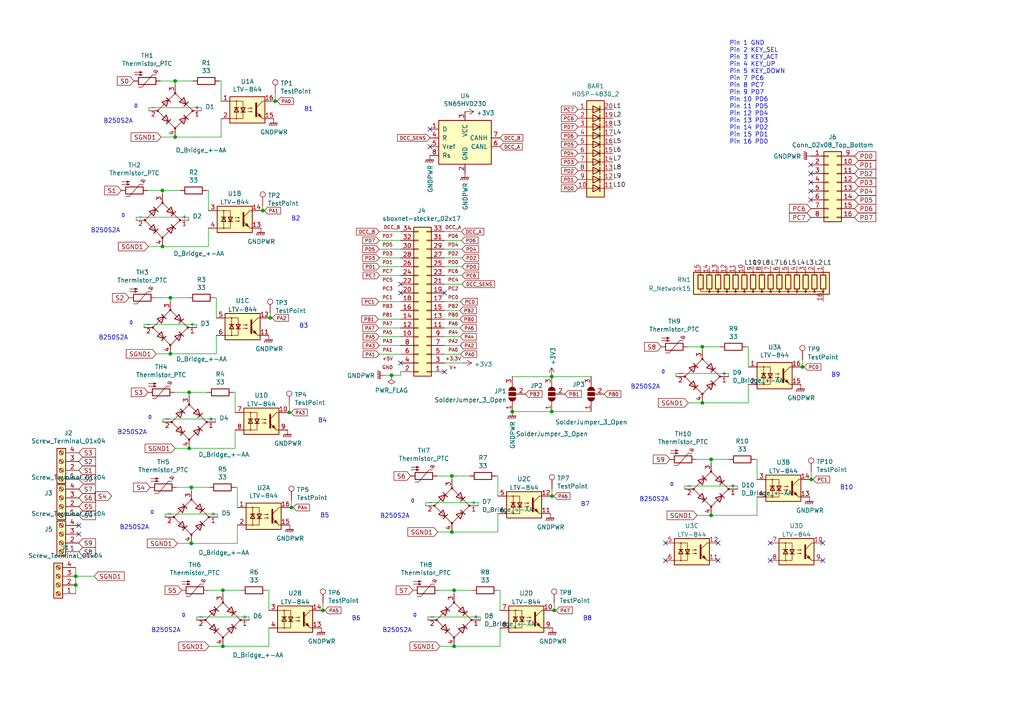
<source format=kicad_sch>
(kicad_sch (version 20211123) (generator eeschema)
  (paper "A4")
  (junction (at 78.359 92.202))
  (junction (at 47.117 55.245))
  (junction (at 55.499 141.351))
  (junction (at 206.248 133.223))
  (junction (at 76.2 61.087))
  (junction (at 79.8322 29.337))
  (junction (at 131.064 138.049))
  (junction (at 131.699 171.196))
  (junction (at 131.699 187.452))
  (junction (at 83.8962 119.634))
  (junction (at 235.2802 139.065))
  (junction (at 160.7312 177.038))
  (junction (at 160.02 109.22))
  (junction (at 148.59 119.38))
  (junction (at 64.643 171.196))
  (junction (at 54.864 113.792))
  (junction (at 49.403 86.36))
  (junction (at 131.064 154.305))
  (junction (at 160.02 119.38))
  (junction (at 47.117 71.501))
  (junction (at 21.971 167.132))
  (junction (at 21.971 169.672))
  (junction (at 203.708 116.84))
  (junction (at 55.499 157.607))
  (junction (at 93.6752 177.038))
  (junction (at 206.248 149.479))
  (junction (at 160.0962 143.891))
  (junction (at 203.708 100.584))
  (junction (at 232.7402 106.426))
  (junction (at 50.8 23.495))
  (junction (at 49.403 102.616))
  (junction (at 64.643 187.452))
  (junction (at 84.5312 147.193))
  (junction (at 54.864 130.048))
  (junction (at 50.8 39.751))
  (junction (at 113.538 108.839))
  (no_connect (at 235.1532 52.8828))
  (no_connect (at 235.1532 55.4228))
  (no_connect (at 235.1532 50.3428))
  (no_connect (at 235.1532 47.8028))
  (no_connect (at 128.905 107.823))
  (no_connect (at 124.714 42.545))
  (no_connect (at 235.1532 57.9628))
  (no_connect (at 124.714 37.465))
  (no_connect (at 22.86 152.4))
  (no_connect (at 116.205 84.963))
  (no_connect (at 208.28 157.48))
  (no_connect (at 208.28 162.56))
  (no_connect (at 193.04 162.56))
  (no_connect (at 193.04 157.48))
  (no_connect (at 223.393 157.48))
  (no_connect (at 223.393 162.56))
  (no_connect (at 238.633 162.56))
  (no_connect (at 238.633 157.48))
  (no_connect (at 128.905 84.963))
  (no_connect (at 22.86 154.94))
  (no_connect (at 116.205 105.283))
  (no_connect (at 116.205 82.423))
  (wire (pts (xy 55.499 142.367) (xy 55.499 141.351)))
  (wire (pts (xy 47.117 56.261) (xy 47.117 55.245)))
  (wire (pts (xy 128.905 74.803) (xy 133.985 74.803)))
  (wire (pts (xy 21.971 169.672) (xy 21.971 167.132)))
  (wire (pts (xy 77.978 187.452) (xy 64.643 187.452)))
  (wire (pts (xy 64.643 172.212) (xy 64.643 171.196)))
  (wire (pts (xy 54.864 114.808) (xy 54.864 113.792)))
  (wire (pts (xy 131.699 172.212) (xy 131.699 171.196)))
  (wire (pts (xy 77.47 171.196) (xy 77.978 171.196)))
  (wire (pts (xy 235.2802 139.065) (xy 235.839 139.065)))
  (wire (pts (xy 235.2802 136.906) (xy 235.2802 139.065)))
  (wire (pts (xy 64.135 23.495) (xy 64.135 29.337)))
  (wire (pts (xy 93.218 177.038) (xy 93.6752 177.038)))
  (wire (pts (xy 68.834 141.351) (xy 68.834 147.193)))
  (wire (pts (xy 57.023 94.107) (xy 57.023 94.996)))
  (wire (pts (xy 62.484 121.539) (xy 62.484 122.428)))
  (wire (pts (xy 109.855 95.123) (xy 116.205 95.123)))
  (wire (pts (xy 127.381 171.196) (xy 131.699 171.196)))
  (wire (pts (xy 68.199 130.048) (xy 68.199 124.714)))
  (wire (pts (xy 51.181 141.351) (xy 55.499 141.351)))
  (wire (pts (xy 234.823 139.065) (xy 235.2802 139.065)))
  (wire (pts (xy 72.263 178.943) (xy 72.263 179.832)))
  (wire (pts (xy 47.117 71.501) (xy 43.053 71.501)))
  (wire (pts (xy 64.643 171.196) (xy 69.85 171.196)))
  (wire (pts (xy 47.244 121.539) (xy 62.484 121.539)))
  (wire (pts (xy 63.627 23.495) (xy 64.135 23.495)))
  (wire (pts (xy 128.905 92.583) (xy 133.35 92.583)))
  (wire (pts (xy 57.023 179.832) (xy 57.023 178.943)))
  (wire (pts (xy 160.02 119.38) (xy 171.45 119.38)))
  (wire (pts (xy 196.088 109.22) (xy 196.088 108.331)))
  (wire (pts (xy 160.274 177.038) (xy 160.7312 177.038)))
  (wire (pts (xy 54.737 62.992) (xy 54.737 63.881)))
  (wire (pts (xy 199.39 100.584) (xy 203.708 100.584)))
  (wire (pts (xy 50.8 39.751) (xy 46.736 39.751)))
  (wire (pts (xy 159.639 143.891) (xy 160.0962 143.891)))
  (wire (pts (xy 62.738 102.616) (xy 49.403 102.616)))
  (wire (pts (xy 160.02 109.22) (xy 171.45 109.22)))
  (wire (pts (xy 144.399 138.049) (xy 144.399 143.891)))
  (wire (pts (xy 123.444 145.796) (xy 138.684 145.796)))
  (wire (pts (xy 111.506 108.839) (xy 113.538 108.839)))
  (wire (pts (xy 68.199 130.048) (xy 54.864 130.048)))
  (wire (pts (xy 219.583 149.479) (xy 219.583 144.145)))
  (wire (pts (xy 93.6752 174.879) (xy 93.6752 177.038)))
  (wire (pts (xy 76.2 59.69) (xy 76.2 61.087)))
  (wire (pts (xy 83.8962 117.475) (xy 83.8962 119.634)))
  (wire (pts (xy 217.043 100.584) (xy 217.043 106.426)))
  (wire (pts (xy 49.403 86.36) (xy 54.61 86.36)))
  (wire (pts (xy 41.783 94.996) (xy 41.783 94.107)))
  (wire (pts (xy 160.0962 141.732) (xy 160.0962 143.891)))
  (wire (pts (xy 160.7312 174.879) (xy 160.7312 177.038)))
  (wire (pts (xy 79.8322 29.337) (xy 80.391 29.337)))
  (wire (pts (xy 21.971 172.212) (xy 21.971 169.672)))
  (wire (pts (xy 198.628 140.97) (xy 213.868 140.97)))
  (wire (pts (xy 109.982 100.203) (xy 116.205 100.203)))
  (wire (pts (xy 64.135 39.751) (xy 50.8 39.751)))
  (wire (pts (xy 128.905 72.263) (xy 133.985 72.263)))
  (wire (pts (xy 148.59 119.38) (xy 160.02 119.38)))
  (wire (pts (xy 43.18 32.131) (xy 43.18 31.242)))
  (wire (pts (xy 68.834 157.607) (xy 68.834 152.273)))
  (wire (pts (xy 50.8 24.511) (xy 50.8 23.495)))
  (wire (pts (xy 109.982 102.743) (xy 116.205 102.743)))
  (wire (pts (xy 219.583 133.223) (xy 219.583 139.065)))
  (wire (pts (xy 77.978 92.202) (xy 78.359 92.202)))
  (wire (pts (xy 109.982 67.183) (xy 116.205 67.183)))
  (wire (pts (xy 128.905 82.423) (xy 133.985 82.423)))
  (wire (pts (xy 47.879 149.987) (xy 47.879 149.098)))
  (wire (pts (xy 84.5312 145.034) (xy 84.5312 147.193)))
  (wire (pts (xy 203.708 101.6) (xy 203.708 100.584)))
  (wire (pts (xy 109.855 87.503) (xy 116.205 87.503)))
  (wire (pts (xy 217.043 116.84) (xy 217.043 111.506)))
  (wire (pts (xy 79.8322 27.178) (xy 79.8322 29.337)))
  (wire (pts (xy 131.064 139.065) (xy 131.064 138.049)))
  (wire (pts (xy 60.452 71.501) (xy 60.452 66.167)))
  (wire (pts (xy 63.119 149.098) (xy 63.119 149.987)))
  (wire (pts (xy 76.2 61.087) (xy 76.708 61.087)))
  (wire (pts (xy 203.708 100.584) (xy 208.915 100.584)))
  (wire (pts (xy 64.643 187.452) (xy 60.579 187.452)))
  (wire (pts (xy 45.085 86.36) (xy 49.403 86.36)))
  (wire (pts (xy 160.0962 143.891) (xy 160.655 143.891)))
  (wire (pts (xy 110.109 79.883) (xy 116.205 79.883)))
  (wire (pts (xy 211.328 108.331) (xy 211.328 109.22)))
  (wire (pts (xy 128.905 87.503) (xy 133.604 87.503)))
  (wire (pts (xy 232.283 106.426) (xy 232.7402 106.426)))
  (wire (pts (xy 206.248 149.479) (xy 202.184 149.479)))
  (wire (pts (xy 131.699 187.452) (xy 127.635 187.452)))
  (wire (pts (xy 145.034 187.452) (xy 145.034 182.118)))
  (wire (pts (xy 79.375 29.337) (xy 79.8322 29.337)))
  (wire (pts (xy 39.497 62.992) (xy 54.737 62.992)))
  (wire (pts (xy 60.325 171.196) (xy 64.643 171.196)))
  (wire (pts (xy 77.978 171.196) (xy 77.978 177.038)))
  (wire (pts (xy 84.5312 147.193) (xy 85.09 147.193)))
  (wire (pts (xy 128.905 67.183) (xy 133.858 67.183)))
  (wire (pts (xy 83.439 119.634) (xy 83.8962 119.634)))
  (wire (pts (xy 148.59 109.22) (xy 160.02 109.22)))
  (wire (pts (xy 109.982 74.803) (xy 116.205 74.803)))
  (wire (pts (xy 217.043 116.84) (xy 203.708 116.84)))
  (wire (pts (xy 144.399 154.305) (xy 131.064 154.305)))
  (wire (pts (xy 41.783 94.107) (xy 57.023 94.107)))
  (wire (pts (xy 213.868 140.97) (xy 213.868 141.859)))
  (wire (pts (xy 128.905 100.203) (xy 133.477 100.203)))
  (wire (pts (xy 54.864 130.048) (xy 50.8 130.048)))
  (wire (pts (xy 43.18 31.242) (xy 58.42 31.242)))
  (wire (pts (xy 131.064 154.305) (xy 127 154.305)))
  (wire (pts (xy 109.982 69.723) (xy 116.205 69.723)))
  (wire (pts (xy 139.319 178.943) (xy 139.319 179.832)))
  (wire (pts (xy 109.728 92.583) (xy 116.205 92.583)))
  (wire (pts (xy 60.452 55.245) (xy 60.452 61.087)))
  (wire (pts (xy 68.834 157.607) (xy 55.499 157.607)))
  (wire (pts (xy 62.738 86.36) (xy 62.738 92.202)))
  (wire (pts (xy 219.583 149.479) (xy 206.248 149.479)))
  (wire (pts (xy 47.117 55.245) (xy 52.324 55.245)))
  (wire (pts (xy 83.8962 119.634) (xy 84.455 119.634)))
  (wire (pts (xy 50.546 113.792) (xy 54.864 113.792)))
  (wire (pts (xy 145.034 171.196) (xy 145.034 177.038)))
  (wire (pts (xy 128.905 95.123) (xy 133.477 95.123)))
  (wire (pts (xy 84.074 147.193) (xy 84.5312 147.193)))
  (wire (pts (xy 124.079 178.943) (xy 139.319 178.943)))
  (wire (pts (xy 47.244 122.428) (xy 47.244 121.539)))
  (wire (pts (xy 68.199 113.792) (xy 68.199 119.634)))
  (wire (pts (xy 128.905 97.663) (xy 133.477 97.663)))
  (wire (pts (xy 131.064 138.049) (xy 136.271 138.049)))
  (wire (pts (xy 206.248 134.239) (xy 206.248 133.223)))
  (wire (pts (xy 64.135 39.751) (xy 64.135 34.417)))
  (wire (pts (xy 206.248 133.223) (xy 211.455 133.223)))
  (wire (pts (xy 62.23 86.36) (xy 62.738 86.36)))
  (wire (pts (xy 124.079 179.832) (xy 124.079 178.943)))
  (wire (pts (xy 93.6752 177.038) (xy 94.234 177.038)))
  (wire (pts (xy 78.359 92.202) (xy 78.994 92.202)))
  (wire (pts (xy 131.699 171.196) (xy 136.906 171.196)))
  (wire (pts (xy 75.692 61.087) (xy 76.2 61.087)))
  (wire (pts (xy 216.535 100.584) (xy 217.043 100.584)))
  (wire (pts (xy 62.738 97.282) (xy 62.738 102.616)))
  (wire (pts (xy 123.444 146.685) (xy 123.444 145.796)))
  (wire (pts (xy 144.526 171.196) (xy 145.034 171.196)))
  (wire (pts (xy 67.691 113.792) (xy 68.199 113.792)))
  (wire (pts (xy 126.746 138.049) (xy 131.064 138.049)))
  (wire (pts (xy 128.905 105.283) (xy 134.239 105.283)))
  (wire (pts (xy 128.905 102.743) (xy 133.604 102.743)))
  (wire (pts (xy 196.088 108.331) (xy 211.328 108.331)))
  (wire (pts (xy 78.359 90.805) (xy 78.359 92.202)))
  (wire (pts (xy 42.799 55.245) (xy 47.117 55.245)))
  (wire (pts (xy 60.452 71.501) (xy 47.117 71.501)))
  (wire (pts (xy 219.075 133.223) (xy 219.583 133.223)))
  (wire (pts (xy 50.8 23.495) (xy 56.007 23.495)))
  (wire (pts (xy 128.905 79.883) (xy 133.985 79.883)))
  (wire (pts (xy 128.905 77.343) (xy 133.985 77.343)))
  (wire (pts (xy 68.326 141.351) (xy 68.834 141.351)))
  (wire (pts (xy 203.708 116.84) (xy 199.644 116.84)))
  (wire (pts (xy 128.905 69.723) (xy 133.858 69.723)))
  (wire (pts (xy 138.684 145.796) (xy 138.684 146.685)))
  (wire (pts (xy 198.628 141.859) (xy 198.628 140.97)))
  (wire (pts (xy 77.978 187.452) (xy 77.978 182.118)))
  (wire (pts (xy 160.7312 177.038) (xy 161.29 177.038)))
  (wire (pts (xy 145.034 187.452) (xy 131.699 187.452)))
  (wire (pts (xy 109.982 72.263) (xy 116.205 72.263)))
  (wire (pts (xy 49.403 87.376) (xy 49.403 86.36)))
  (wire (pts (xy 55.499 141.351) (xy 60.706 141.351)))
  (wire (pts (xy 128.905 90.043) (xy 133.35 90.043)))
  (wire (pts (xy 27.305 167.132) (xy 21.971 167.132)))
  (wire (pts (xy 47.879 149.098) (xy 63.119 149.098)))
  (wire (pts (xy 232.7402 104.267) (xy 232.7402 106.426)))
  (wire (pts (xy 143.891 138.049) (xy 144.399 138.049)))
  (wire (pts (xy 201.93 133.223) (xy 206.248 133.223)))
  (wire (pts (xy 144.399 154.305) (xy 144.399 148.971)))
  (wire (pts (xy 49.403 102.616) (xy 45.339 102.616)))
  (wire (pts (xy 113.538 108.839) (xy 116.205 108.839)))
  (wire (pts (xy 116.205 77.343) (xy 110.109 77.343)))
  (wire (pts (xy 54.864 113.792) (xy 60.071 113.792)))
  (wire (pts (xy 59.944 55.245) (xy 60.452 55.245)))
  (wire (pts (xy 109.982 97.663) (xy 116.205 97.663)))
  (wire (pts (xy 46.482 23.495) (xy 50.8 23.495)))
  (wire (pts (xy 232.7402 106.426) (xy 233.299 106.426)))
  (wire (pts (xy 55.499 157.607) (xy 51.435 157.607)))
  (wire (pts (xy 21.971 167.132) (xy 21.971 164.592)))
  (wire (pts (xy 39.497 63.881) (xy 39.497 62.992)))
  (wire (pts (xy 57.023 178.943) (xy 72.263 178.943)))
  (wire (pts (xy 116.205 108.839) (xy 116.205 107.823)))
  (wire (pts (xy 58.42 31.242) (xy 58.42 32.131)))
  (text "B2" (at 84.455 64.262 0) (effects (font (size 1.27 1.27)) (justify left bottom)))
  (text "B7" (at 168.402 147.066 0) (effects (font (size 1.27 1.27)) (justify left bottom)))
  (text "B250S2A" (at 29.972 35.941 0) (effects (font (size 1.27 1.27)) (justify left bottom)))
  (text "0" (at 194.31 141.224 0) (effects (font (size 0.9906 0.9906)) (justify left bottom)))
  (text "0" (at 119.126 146.05 0) (effects (font (size 0.9906 0.9906)) (justify left bottom)))
  (text "B250S2A" (at 110.871 183.642 0) (effects (font (size 1.27 1.27)) (justify left bottom)))
  (text "B6" (at 101.981 180.213 0) (effects (font (size 1.27 1.27)) (justify left bottom)))
  (text "B4" (at 92.202 122.809 0) (effects (font (size 1.27 1.27)) (justify left bottom)))
  (text "0" (at 43.561 149.352 0) (effects (font (size 0.9906 0.9906)) (justify left bottom)))
  (text "0" (at 191.77 108.585 0) (effects (font (size 0.9906 0.9906)) (justify left bottom)))
  (text "B250S2A" (at 34.036 126.238 0) (effects (font (size 1.27 1.27)) (justify left bottom)))
  (text "B250S2A" (at 26.289 67.691 0) (effects (font (size 1.27 1.27)) (justify left bottom)))
  (text "0" (at 42.926 121.793 0) (effects (font (size 0.9906 0.9906)) (justify left bottom)))
  (text "B250S2A" (at 34.671 153.797 0) (effects (font (size 1.27 1.27)) (justify left bottom)))
  (text "0" (at 52.705 179.197 0) (effects (font (size 0.9906 0.9906)) (justify left bottom)))
  (text "B250S2A" (at 28.575 98.806 0) (effects (font (size 1.27 1.27)) (justify left bottom)))
  (text "B250S2A" (at 182.88 113.03 0) (effects (font (size 1.27 1.27)) (justify left bottom)))
  (text "0" (at 38.862 31.496 0) (effects (font (size 0.9906 0.9906)) (justify left bottom)))
  (text "0" (at 37.465 94.361 0) (effects (font (size 0.9906 0.9906)) (justify left bottom)))
  (text "B9" (at 241.046 109.601 0) (effects (font (size 1.27 1.27)) (justify left bottom)))
  (text "B250S2A" (at 185.42 145.669 0) (effects (font (size 1.27 1.27)) (justify left bottom)))
  (text "Pin 1 GND\nPin 2 KEY_SEL\nPin 3 KEY_ACT\nPin 4 KEY_UP\nPin 5 KEY_DOWN\nPin 7 PC6\nPin 8 PC7\nPin 9 PD7\nPin 10 PD6\nPin 11 PD5\nPin 12 PD4\nPin 13 PD3\nPin 14 PD2\nPin 15 PD1\nPin 16 PD0" (at 211.5312 41.9608 0) (effects (font (size 1.27 1.27)) (justify left bottom)))
  (text "B1" (at 88.138 32.512 0) (effects (font (size 1.27 1.27)) (justify left bottom)))
  (text "B250S2A" (at 43.815 183.642 0) (effects (font (size 1.27 1.27)) (justify left bottom)))
  (text "0" (at 35.179 63.246 0) (effects (font (size 0.9906 0.9906)) (justify left bottom)))
  (text "0" (at 119.761 179.197 0) (effects (font (size 0.9906 0.9906)) (justify left bottom)))
  (text "B5" (at 92.837 150.368 0) (effects (font (size 1.27 1.27)) (justify left bottom)))
  (text "B3" (at 86.741 95.377 0) (effects (font (size 1.27 1.27)) (justify left bottom)))
  (text "B10" (at 243.586 142.24 0) (effects (font (size 1.27 1.27)) (justify left bottom)))
  (text "B250S2A" (at 110.236 150.495 0) (effects (font (size 1.27 1.27)) (justify left bottom)))
  (text "B8" (at 169.037 180.213 0) (effects (font (size 1.27 1.27)) (justify left bottom)))
  (label "L8" (at 220.98 77.216 0))
  (label "L1" (at 238.76 77.216 0))
  (label "L8" (at 177.8 49.53 0))
  (label "L6" (at 177.8 44.45 0))
  (label "L5" (at 228.6 77.216 0))
  (label "L2" (at 177.8 34.29 0))
  (label "L3" (at 233.68 77.216 0))
  (label "L7" (at 223.52 77.216 0))
  (label "L9" (at 177.8 52.07 0))
  (label "L7" (at 177.8 46.99 0))
  (label "L3" (at 177.8 36.83 0))
  (label "L6" (at 226.06 77.216 0))
  (label "L2" (at 236.22 77.216 0))
  (label "L4" (at 231.14 77.216 0))
  (label "L5" (at 177.8 41.91 0))
  (label "L10" (at 177.8 54.61 0))
  (label "L4" (at 177.8 39.37 0))
  (label "L10" (at 215.9 77.216 0))
  (label "L9" (at 218.44 77.216 0))
  (label "L1" (at 177.8 31.75 0))
  (global_label "PA6" (shape input) (at 133.477 95.123 0) (effects (font (size 0.9906 0.9906))) (property "Referenzen zwischen Schaltplänen" "${INTERSHEET_REFS}" (effects hide)))
  (global_label "PA4" (shape input) (at 85.09 147.193 0) (effects (font (size 0.9906 0.9906))) (property "Referenzen zwischen Schaltplänen" "${INTERSHEET_REFS}" (effects hide)))
  (global_label "S2" (shape input) (at 37.465 86.36 180) (property "Referenzen zwischen Schaltplänen" "${INTERSHEET_REFS}" (effects hide)))
  (global_label "PD7" (shape input) (at 167.64 36.83 180) (effects (font (size 0.9906 0.9906))) (property "Referenzen zwischen Schaltplänen" "${INTERSHEET_REFS}" (effects hide)))
  (global_label "PC0" (shape input) (at 133.604 87.503 0) (effects (font (size 0.9906 0.9906))) (property "Referenzen zwischen Schaltplänen" "${INTERSHEET_REFS}" (effects hide)))
  (global_label "PD4" (shape input) (at 167.64 44.45 180) (effects (font (size 0.9906 0.9906))) (property "Referenzen zwischen Schaltplänen" "${INTERSHEET_REFS}" (effects hide)))
  (global_label "PA3" (shape input) (at 84.455 119.634 0) (effects (font (size 0.9906 0.9906))) (property "Referenzen zwischen Schaltplänen" "${INTERSHEET_REFS}" (effects hide)))
  (global_label "SGND1" (shape input) (at 27.305 167.132 0) (property "Referenzen zwischen Schaltplänen" "${INTERSHEET_REFS}" (effects hide)))
  (global_label "PC1" (shape input) (at 235.839 139.065 0) (effects (font (size 0.9906 0.9906))) (property "Referenzen zwischen Schaltplänen" "${INTERSHEET_REFS}" (effects hide)))
  (global_label "DCC_SENS" (shape input) (at 124.714 40.005 180) (effects (font (size 0.9906 0.9906))) (property "Referenzen zwischen Schaltplänen" "${INTERSHEET_REFS}" (effects hide)))
  (global_label "PA2" (shape input) (at 133.477 100.203 0) (effects (font (size 0.9906 0.9906))) (property "Referenzen zwischen Schaltplänen" "${INTERSHEET_REFS}" (effects hide)))
  (global_label "PD1" (shape input) (at 247.8532 47.8028 0) (property "Referenzen zwischen Schaltplänen" "${INTERSHEET_REFS}" (effects hide)))
  (global_label "PA5" (shape input) (at 94.234 177.038 0) (effects (font (size 0.9906 0.9906))) (property "Referenzen zwischen Schaltplänen" "${INTERSHEET_REFS}" (effects hide)))
  (global_label "S5" (shape input) (at 22.86 146.939 0) (property "Referenzen zwischen Schaltplänen" "${INTERSHEET_REFS}" (effects hide)))
  (global_label "S3" (shape input) (at 22.86 131.318 0) (property "Referenzen zwischen Schaltplänen" "${INTERSHEET_REFS}" (effects hide)))
  (global_label "SGND1" (shape input) (at 51.435 157.607 180) (property "Referenzen zwischen Schaltplänen" "${INTERSHEET_REFS}" (effects hide)))
  (global_label "PD2" (shape input) (at 167.64 49.53 180) (effects (font (size 0.9906 0.9906))) (property "Referenzen zwischen Schaltplänen" "${INTERSHEET_REFS}" (effects hide)))
  (global_label "PD5" (shape input) (at 109.982 72.263 180) (effects (font (size 0.9906 0.9906))) (property "Referenzen zwischen Schaltplänen" "${INTERSHEET_REFS}" (effects hide)))
  (global_label "PA1" (shape input) (at 76.708 61.087 0) (effects (font (size 0.9906 0.9906))) (property "Referenzen zwischen Schaltplänen" "${INTERSHEET_REFS}" (effects hide)))
  (global_label "SGND1" (shape input) (at 127.635 187.452 180) (property "Referenzen zwischen Schaltplänen" "${INTERSHEET_REFS}" (effects hide)))
  (global_label "S7" (shape input) (at 22.86 141.859 0) (property "Referenzen zwischen Schaltplänen" "${INTERSHEET_REFS}" (effects hide)))
  (global_label "PA4" (shape input) (at 133.477 97.663 0) (effects (font (size 0.9906 0.9906))) (property "Referenzen zwischen Schaltplänen" "${INTERSHEET_REFS}" (effects hide)))
  (global_label "SGND1" (shape input) (at 46.736 39.751 180) (property "Referenzen zwischen Schaltplänen" "${INTERSHEET_REFS}" (effects hide)))
  (global_label "PD2" (shape input) (at 133.985 74.803 0) (effects (font (size 0.9906 0.9906))) (property "Referenzen zwischen Schaltplänen" "${INTERSHEET_REFS}" (effects hide)))
  (global_label "PD5" (shape input) (at 167.64 41.91 180) (effects (font (size 0.9906 0.9906))) (property "Referenzen zwischen Schaltplänen" "${INTERSHEET_REFS}" (effects hide)))
  (global_label "PC0" (shape input) (at 233.299 106.426 0) (effects (font (size 0.9906 0.9906))) (property "Referenzen zwischen Schaltplänen" "${INTERSHEET_REFS}" (effects hide)))
  (global_label "S4" (shape input) (at 22.86 149.479 0) (property "Referenzen zwischen Schaltplänen" "${INTERSHEET_REFS}" (effects hide)))
  (global_label "PB1" (shape input) (at 109.728 92.583 180) (effects (font (size 0.9906 0.9906))) (property "Referenzen zwischen Schaltplänen" "${INTERSHEET_REFS}" (effects hide)))
  (global_label "S3" (shape input) (at 42.926 113.792 180) (property "Referenzen zwischen Schaltplänen" "${INTERSHEET_REFS}" (effects hide)))
  (global_label "PD0" (shape input) (at 167.64 54.61 180) (effects (font (size 0.9906 0.9906))) (property "Referenzen zwischen Schaltplänen" "${INTERSHEET_REFS}" (effects hide)))
  (global_label "S9" (shape input) (at 194.31 133.223 180) (property "Referenzen zwischen Schaltplänen" "${INTERSHEET_REFS}" (effects hide)))
  (global_label "PA5" (shape input) (at 109.982 97.663 180) (effects (font (size 0.9906 0.9906))) (property "Referenzen zwischen Schaltplänen" "${INTERSHEET_REFS}" (effects hide)))
  (global_label "PB0" (shape input) (at 133.35 92.583 0) (effects (font (size 0.9906 0.9906))) (property "Referenzen zwischen Schaltplänen" "${INTERSHEET_REFS}" (effects hide)))
  (global_label "PA2" (shape input) (at 78.994 92.202 0) (effects (font (size 0.9906 0.9906))) (property "Referenzen zwischen Schaltplänen" "${INTERSHEET_REFS}" (effects hide)))
  (global_label "PA7" (shape input) (at 109.855 95.123 180) (effects (font (size 0.9906 0.9906))) (property "Referenzen zwischen Schaltplänen" "${INTERSHEET_REFS}" (effects hide)))
  (global_label "PA7" (shape input) (at 161.29 177.038 0) (effects (font (size 0.9906 0.9906))) (property "Referenzen zwischen Schaltplänen" "${INTERSHEET_REFS}" (effects hide)))
  (global_label "PA3" (shape input) (at 109.982 100.203 180) (effects (font (size 0.9906 0.9906))) (property "Referenzen zwischen Schaltplänen" "${INTERSHEET_REFS}" (effects hide)))
  (global_label "PD6" (shape input) (at 247.8532 60.5028 0) (property "Referenzen zwischen Schaltplänen" "${INTERSHEET_REFS}" (effects hide)))
  (global_label "PA6" (shape input) (at 160.655 143.891 0) (effects (font (size 0.9906 0.9906))) (property "Referenzen zwischen Schaltplänen" "${INTERSHEET_REFS}" (effects hide)))
  (global_label "S4" (shape input) (at 43.561 141.351 180) (property "Referenzen zwischen Schaltplänen" "${INTERSHEET_REFS}" (effects hide)))
  (global_label "PD3" (shape input) (at 247.8532 52.8828 0) (property "Referenzen zwischen Schaltplänen" "${INTERSHEET_REFS}" (effects hide)))
  (global_label "PD4" (shape input) (at 247.8532 55.4228 0) (property "Referenzen zwischen Schaltplänen" "${INTERSHEET_REFS}" (effects hide)))
  (global_label "PD7" (shape input) (at 109.982 69.723 180) (effects (font (size 0.9906 0.9906))) (property "Referenzen zwischen Schaltplänen" "${INTERSHEET_REFS}" (effects hide)))
  (global_label "DCC_A" (shape input) (at 145.034 42.545 0) (effects (font (size 0.9906 0.9906))) (property "Referenzen zwischen Schaltplänen" "${INTERSHEET_REFS}" (effects hide)))
  (global_label "PB2" (shape input) (at 152.4 114.3 0) (effects (font (size 0.9906 0.9906))) (property "Referenzen zwischen Schaltplänen" "${INTERSHEET_REFS}" (effects hide)))
  (global_label "S2" (shape input) (at 22.86 133.858 0) (property "Referenzen zwischen Schaltplänen" "${INTERSHEET_REFS}" (effects hide)))
  (global_label "PD3" (shape input) (at 167.64 46.99 180) (effects (font (size 0.9906 0.9906))) (property "Referenzen zwischen Schaltplänen" "${INTERSHEET_REFS}" (effects hide)))
  (global_label "S6" (shape input) (at 119.126 138.049 180) (property "Referenzen zwischen Schaltplänen" "${INTERSHEET_REFS}" (effects hide)))
  (global_label "S1" (shape input) (at 35.179 55.245 180) (property "Referenzen zwischen Schaltplänen" "${INTERSHEET_REFS}" (effects hide)))
  (global_label "SGND1" (shape input) (at 43.053 71.501 180) (property "Referenzen zwischen Schaltplänen" "${INTERSHEET_REFS}" (effects hide)))
  (global_label "PA0" (shape input) (at 80.391 29.337 0) (effects (font (size 0.9906 0.9906))) (property "Referenzen zwischen Schaltplänen" "${INTERSHEET_REFS}" (effects hide)))
  (global_label "PC7" (shape input) (at 235.1532 63.0428 180) (property "Referenzen zwischen Schaltplänen" "${INTERSHEET_REFS}" (effects hide)))
  (global_label "PD6" (shape input) (at 133.858 69.723 0) (effects (font (size 0.9906 0.9906))) (property "Referenzen zwischen Schaltplänen" "${INTERSHEET_REFS}" (effects hide)))
  (global_label "SGND1" (shape input) (at 50.8 130.048 180) (property "Referenzen zwischen Schaltplänen" "${INTERSHEET_REFS}" (effects hide)))
  (global_label "S4" (shape input) (at 32.385 143.891 180) (property "Referenzen zwischen Schaltplänen" "${INTERSHEET_REFS}" (effects hide)))
  (global_label "S8" (shape input) (at 191.77 100.584 180) (property "Referenzen zwischen Schaltplänen" "${INTERSHEET_REFS}" (effects hide)))
  (global_label "DCC_B" (shape input) (at 145.034 40.005 0) (effects (font (size 0.9906 0.9906))) (property "Referenzen zwischen Schaltplänen" "${INTERSHEET_REFS}" (effects hide)))
  (global_label "PC1" (shape input) (at 109.855 87.503 180) (effects (font (size 0.9906 0.9906))) (property "Referenzen zwischen Schaltplänen" "${INTERSHEET_REFS}" (effects hide)))
  (global_label "PD1" (shape input) (at 110.109 77.343 180) (effects (font (size 0.9906 0.9906))) (property "Referenzen zwischen Schaltplänen" "${INTERSHEET_REFS}" (effects hide)))
  (global_label "PD2" (shape input) (at 247.8532 50.3428 0) (property "Referenzen zwischen Schaltplänen" "${INTERSHEET_REFS}" (effects hide)))
  (global_label "S6" (shape input) (at 22.86 144.399 0) (property "Referenzen zwischen Schaltplänen" "${INTERSHEET_REFS}" (effects hide)))
  (global_label "SGND1" (shape input) (at 127 154.305 180) (property "Referenzen zwischen Schaltplänen" "${INTERSHEET_REFS}" (effects hide)))
  (global_label "S0" (shape input) (at 22.86 138.938 0) (property "Referenzen zwischen Schaltplänen" "${INTERSHEET_REFS}" (effects hide)))
  (global_label "PA0" (shape input) (at 133.604 102.743 0) (effects (font (size 0.9906 0.9906))) (property "Referenzen zwischen Schaltplänen" "${INTERSHEET_REFS}" (effects hide)))
  (global_label "PD1" (shape input) (at 167.64 52.07 180) (effects (font (size 0.9906 0.9906))) (property "Referenzen zwischen Schaltplänen" "${INTERSHEET_REFS}" (effects hide)))
  (global_label "S0" (shape input) (at 38.862 23.495 180) (property "Referenzen zwischen Schaltplänen" "${INTERSHEET_REFS}" (effects hide)))
  (global_label "S7" (shape input) (at 119.761 171.196 180) (property "Referenzen zwischen Schaltplänen" "${INTERSHEET_REFS}" (effects hide)))
  (global_label "PD0" (shape input) (at 247.8532 45.2628 0) (property "Referenzen zwischen Schaltplänen" "${INTERSHEET_REFS}" (effects hide)))
  (global_label "PD4" (shape input) (at 133.985 72.263 0) (effects (font (size 0.9906 0.9906))) (property "Referenzen zwischen Schaltplänen" "${INTERSHEET_REFS}" (effects hide)))
  (global_label "PD0" (shape input) (at 133.985 77.343 0) (effects (font (size 0.9906 0.9906))) (property "Referenzen zwischen Schaltplänen" "${INTERSHEET_REFS}" (effects hide)))
  (global_label "SGND1" (shape input) (at 45.339 102.616 180) (property "Referenzen zwischen Schaltplänen" "${INTERSHEET_REFS}" (effects hide)))
  (global_label "PD3" (shape input) (at 109.982 74.803 180) (effects (font (size 0.9906 0.9906))) (property "Referenzen zwischen Schaltplänen" "${INTERSHEET_REFS}" (effects hide)))
  (global_label "PC7" (shape input) (at 167.64 31.75 180) (effects (font (size 0.9906 0.9906))) (property "Referenzen zwischen Schaltplänen" "${INTERSHEET_REFS}" (effects hide)))
  (global_label "PA1" (shape input) (at 109.982 102.743 180) (effects (font (size 0.9906 0.9906))) (property "Referenzen zwischen Schaltplänen" "${INTERSHEET_REFS}" (effects hide)))
  (global_label "S8" (shape input) (at 22.86 160.02 0) (property "Referenzen zwischen Schaltplänen" "${INTERSHEET_REFS}" (effects hide)))
  (global_label "PC7" (shape input) (at 110.109 79.883 180) (effects (font (size 0.9906 0.9906))) (property "Referenzen zwischen Schaltplänen" "${INTERSHEET_REFS}" (effects hide)))
  (global_label "S5" (shape input) (at 52.705 171.196 180) (property "Referenzen zwischen Schaltplänen" "${INTERSHEET_REFS}" (effects hide)))
  (global_label "S9" (shape input) (at 22.86 157.48 0) (property "Referenzen zwischen Schaltplänen" "${INTERSHEET_REFS}" (effects hide)))
  (global_label "PB2" (shape input) (at 133.35 90.043 0) (effects (font (size 0.9906 0.9906))) (property "Referenzen zwischen Schaltplänen" "${INTERSHEET_REFS}" (effects hide)))
  (global_label "SGND1" (shape input) (at 202.184 149.479 180) (property "Referenzen zwischen Schaltplänen" "${INTERSHEET_REFS}" (effects hide)))
  (global_label "PD5" (shape input) (at 247.8532 57.9628 0) (property "Referenzen zwischen Schaltplänen" "${INTERSHEET_REFS}" (effects hide)))
  (global_label "PC6" (shape input) (at 133.985 79.883 0) (effects (font (size 0.9906 0.9906))) (property "Referenzen zwischen Schaltplänen" "${INTERSHEET_REFS}" (effects hide)))
  (global_label "PC6" (shape input) (at 235.1532 60.5028 180) (property "Referenzen zwischen Schaltplänen" "${INTERSHEET_REFS}" (effects hide)))
  (global_label "DCC_SENS" (shape input) (at 133.985 82.423 0) (effects (font (size 0.9906 0.9906))) (property "Referenzen zwischen Schaltplänen" "${INTERSHEET_REFS}" (effects hide)))
  (global_label "PC6" (shape input) (at 167.64 34.29 180) (effects (font (size 0.9906 0.9906))) (property "Referenzen zwischen Schaltplänen" "${INTERSHEET_REFS}" (effects hide)))
  (global_label "PD6" (shape input) (at 167.64 39.37 180) (effects (font (size 0.9906 0.9906))) (property "Referenzen zwischen Schaltplänen" "${INTERSHEET_REFS}" (effects hide)))
  (global_label "DCC_B" (shape input) (at 109.982 67.183 180) (effects (font (size 0.9906 0.9906))) (property "Referenzen zwischen Schaltplänen" "${INTERSHEET_REFS}" (effects hide)))
  (global_label "DCC_A" (shape input) (at 133.858 67.183 0) (effects (font (size 0.9906 0.9906))) (property "Referenzen zwischen Schaltplänen" "${INTERSHEET_REFS}" (effects hide)))
  (global_label "SGND1" (shape input) (at 199.644 116.84 180) (property "Referenzen zwischen Schaltplänen" "${INTERSHEET_REFS}" (effects hide)))
  (global_label "S1" (shape input) (at 22.86 136.398 0) (property "Referenzen zwischen Schaltplänen" "${INTERSHEET_REFS}" (effects hide)))
  (global_label "PD7" (shape input) (at 247.8532 63.0428 0) (property "Referenzen zwischen Schaltplänen" "${INTERSHEET_REFS}" (effects hide)))
  (global_label "PB0" (shape input) (at 175.26 114.3 0) (effects (font (size 0.9906 0.9906))) (property "Referenzen zwischen Schaltplänen" "${INTERSHEET_REFS}" (effects hide)))
  (global_label "PB1" (shape input) (at 163.83 114.3 0) (effects (font (size 0.9906 0.9906))) (property "Referenzen zwischen Schaltplänen" "${INTERSHEET_REFS}" (effects hide)))
  (global_label "SGND1" (shape input) (at 60.579 187.452 180) (property "Referenzen zwischen Schaltplänen" "${INTERSHEET_REFS}" (effects hide)))
  (symbol (lib_id "Connector:Screw_Terminal_01x04") (at 16.891 169.672 180) (unit 1)
    (property "Reference" "J1" (at 18.9738 158.877 0))
    (property "Value" "Screw_Terminal_01x04" (at 18.9738 161.1884 0))
    (property "Footprint" "TerminalBlock:TerminalBlock_Altech_AK300-4_P5.00mm" (effects hide))
  )
  (symbol (lib_id "Device:R") (at 59.817 23.495 270) (unit 1)
    (property "Reference" "R1" (at 59.817 18.2372 90))
    (property "Value" "33" (at 59.817 20.5486 90))
    (property "Footprint" "Resistor_SMD:R_1206_3216Metric_Pad1.30x1.75mm_HandSolder" (effects hide))
  )
  (symbol (lib_id "Device:Thermistor_PTC") (at 42.672 23.495 270) (unit 1)
    (property "Reference" "TH1" (at 42.672 16.129 90))
    (property "Value" "Thermistor_PTC" (at 42.672 18.4404 90))
    (property "Footprint" "Resistor_SMD:R_1206_3216Metric" (effects hide))
  )
  (symbol (lib_id "Device:D_Bridge_+-AA") (at 50.8 32.131 0) (unit 1)
    (property "Reference" "D1" (at 59.5376 30.9626 0) (effects (justify left)))
    (property "Value" "D_Bridge_+-AA" (at 50.927 43.561 0) (effects (justify left)))
    (property "Footprint" "Diode_SMD:Diode_Bridge_Diotec_SO-DIL-Slim" (effects hide))
  )
  (symbol (lib_id "Isolator:LTV-844") (at 71.755 31.877 0) (unit 1)
    (property "Reference" "U1" (at 71.755 23.622 0))
    (property "Value" "LTV-844" (at 71.755 25.9334 0))
    (property "Footprint" "Package_DIP:DIP-16_W7.62mm" (effects hide))
    (property "Datasheet" "http://optoelectronics.liteon.com/upload/download/DS-70-96-0013/S_110_LTV-814%20824%20844%20(M,%20S,%20S-TA,%20S-TA1,%20S-TP)%20Series.pdf" (effects hide))
    (property "Datasheet" "http://optoelectronics.liteon.com/upload/download/DS-70-96-0013/S_110_LTV-814%20824%20844%20(M,%20S,%20S-TA,%20S-TA1,%20S-TP)%20Series.pdf" (effects hide))
  )
  (symbol (lib_id "power:GNDPWR") (at 79.375 34.417 0) (unit 1)
    (property "Reference" "#PWR06" (effects hide))
    (property "Value" "GNDPWR" (at 79.4766 38.3286 0))
  )
  (symbol (lib_id "power:GNDPWR") (at 111.506 108.839 270) (unit 1)
    (property "Reference" "#PWR07" (effects hide))
    (property "Value" "GNDPWR" (at 108.7374 108.9406 90) (effects (justify right)))
  )
  (symbol (lib_id "power:PWR_FLAG") (at 113.538 108.839 180) (unit 1)
    (property "Reference" "#FLG01" (effects hide))
    (property "Value" "PWR_FLAG" (at 113.538 113.2332 0))
  )
  (symbol (lib_id "LED:HDSP-4830_2") (at 172.72 41.91 0) (unit 1)
    (property "Reference" "BAR1" (at 172.72 24.9682 0))
    (property "Value" "HDSP-4830_2" (at 172.72 27.2796 0))
    (property "Footprint" "Package_DIP:DIP-20_W7.62mm_Socket" (effects hide))
    (property "Datasheet" "https://docs.broadcom.com/docs/AV02-1798EN" (effects hide))
  )
  (symbol (lib_id "Connector:Screw_Terminal_01x04") (at 17.78 157.48 180) (unit 1)
    (property "Reference" "J5" (at 14.097 153.543 0))
    (property "Value" "Screw_Terminal_01x04" (at 19.8628 148.9964 0))
    (property "Footprint" "TerminalBlock:TerminalBlock_Altech_AK300-4_P5.00mm" (effects hide))
  )
  (symbol (lib_id "sboxnet:sboxnet-stecker_02x17") (at 122.555 87.503 0) (unit 1)
    (property "Reference" "J4" (at 122.301 61.087 0))
    (property "Value" "sboxnet-stecker_02x17" (at 122.301 63.3984 0))
    (property "Footprint" "sboxnet:sboxnet-stecker-2x17" (effects hide))
  )
  (symbol (lib_id "Connector:Screw_Terminal_01x04") (at 17.78 136.398 180) (unit 1)
    (property "Reference" "J2" (at 19.8628 125.603 0))
    (property "Value" "Screw_Terminal_01x04" (at 19.8628 127.9144 0))
    (property "Footprint" "TerminalBlock:TerminalBlock_Altech_AK300-4_P5.00mm" (effects hide))
  )
  (symbol (lib_id "Connector:Screw_Terminal_01x04") (at 17.78 146.939 180) (unit 1)
    (property "Reference" "J3" (at 14.097 143.002 0))
    (property "Value" "Screw_Terminal_01x04" (at 19.8628 138.4554 0))
    (property "Footprint" "TerminalBlock:TerminalBlock_Altech_AK300-4_P5.00mm" (effects hide))
  )
  (symbol (lib_id "power:+3.3V") (at 134.239 105.283 270) (unit 1)
    (property "Reference" "#PWR0101" (effects hide))
    (property "Value" "+3.3V" (at 137.4902 105.664 90) (effects (justify left)))
  )
  (symbol (lib_id "Interface_CAN_LIN:SN65HVD230") (at 134.874 40.005 0) (unit 1)
    (property "Reference" "U4" (at 134.874 27.7876 0))
    (property "Value" "SN65HVD230" (at 134.874 30.099 0))
    (property "Footprint" "Package_SO:SOIC-8_3.9x4.9mm_P1.27mm" (effects hide))
    (property "Datasheet" "http://www.ti.com/lit/ds/symlink/sn65hvd230.pdf" (effects hide))
  )
  (symbol (lib_id "power:GNDPWR") (at 134.874 50.165 0) (unit 1)
    (property "Reference" "#PWR0104" (effects hide))
    (property "Value" "GNDPWR" (at 134.9756 52.9336 90) (effects (justify right)))
  )
  (symbol (lib_id "power:+3.3V") (at 134.874 32.385 270) (unit 1)
    (property "Reference" "#PWR0105" (effects hide))
    (property "Value" "+3.3V" (at 138.1252 32.766 90) (effects (justify left)))
  )
  (symbol (lib_id "power:GNDPWR") (at 124.714 45.085 0) (unit 1)
    (property "Reference" "#PWR0106" (effects hide))
    (property "Value" "GNDPWR" (at 124.8156 47.8536 90) (effects (justify right)))
  )
  (symbol (lib_id "Connector:TestPoint") (at 79.8322 27.178 0) (unit 1)
    (property "Reference" "TP1" (at 81.3054 24.1808 0) (effects (justify left)))
    (property "Value" "TestPoint" (at 81.3054 26.4922 0) (effects (justify left)))
    (property "Footprint" "Connector_PinHeader_2.54mm:PinHeader_1x01_P2.54mm_Vertical" (effects hide))
  )
  (symbol (lib_id "power:GNDPWR") (at 77.978 97.282 0) (unit 1)
    (property "Reference" "#PWR02" (effects hide))
    (property "Value" "GNDPWR" (at 78.0796 101.1936 0))
  )
  (symbol (lib_id "Isolator:LTV-844") (at 200.66 160.02 0) (unit 3)
    (property "Reference" "U3" (at 200.66 152.5102 0))
    (property "Value" "LTV-844" (at 200.66 155.0471 0))
    (property "Footprint" "Package_DIP:DIP-16_W7.62mm" (effects hide))
    (property "Datasheet" "http://optoelectronics.liteon.com/upload/download/DS-70-96-0013/S_110_LTV-814%20824%20844%20(M,%20S,%20S-TA,%20S-TA1,%20S-TP)%20Series.pdf" (effects hide))
  )
  (symbol (lib_id "power:GNDPWR") (at 160.274 182.118 0) (unit 1)
    (property "Reference" "#PWR09" (effects hide))
    (property "Value" "GNDPWR" (at 160.3756 186.0296 0))
  )
  (symbol (lib_id "Device:D_Bridge_+-AA") (at 131.699 179.832 0) (unit 1)
    (property "Reference" "D8" (at 140.4366 178.6636 0) (effects (justify left)))
    (property "Value" "D_Bridge_+-AA" (at 140.4366 180.975 0) (effects (justify left)))
    (property "Footprint" "Diode_SMD:Diode_Bridge_Diotec_SO-DIL-Slim" (effects hide))
  )
  (symbol (lib_id "Device:Thermistor_PTC") (at 122.936 138.049 270) (unit 1)
    (property "Reference" "TH7" (at 122.936 130.683 90))
    (property "Value" "Thermistor_PTC" (at 122.936 132.9944 90))
    (property "Footprint" "Resistor_SMD:R_1206_3216Metric" (effects hide))
  )
  (symbol (lib_id "Device:D_Bridge_+-AA") (at 64.643 179.832 0) (unit 1)
    (property "Reference" "D6" (at 73.3806 178.6636 0) (effects (justify left)))
    (property "Value" "D_Bridge_+-AA" (at 67.437 189.992 0) (effects (justify left)))
    (property "Footprint" "Diode_SMD:Diode_Bridge_Diotec_SO-DIL-Slim" (effects hide))
  )
  (symbol (lib_id "Device:Thermistor_PTC") (at 123.571 171.196 270) (unit 1)
    (property "Reference" "TH8" (at 123.571 163.83 90))
    (property "Value" "Thermistor_PTC" (at 123.571 166.1414 90))
    (property "Footprint" "Resistor_SMD:R_1206_3216Metric" (effects hide))
  )
  (symbol (lib_id "Jumper:SolderJumper_3_Open") (at 171.45 114.3 90) (unit 1)
    (property "Reference" "JP3" (at 169.672 111.506 90) (effects (justify left)))
    (property "Value" "SolderJumper_3_Open" (at 181.991 122.428 90) (effects (justify left)))
    (property "Footprint" "Jumper:SolderJumper-3_P1.3mm_Open_RoundedPad1.0x1.5mm" (effects hide))
  )
  (symbol (lib_id "Device:R") (at 56.134 55.245 270) (unit 1)
    (property "Reference" "R2" (at 56.134 49.9872 90))
    (property "Value" "33" (at 56.134 52.2986 90))
    (property "Footprint" "Resistor_SMD:R_1206_3216Metric_Pad1.30x1.75mm_HandSolder" (effects hide))
  )
  (symbol (lib_id "Device:R") (at 140.081 138.049 270) (unit 1)
    (property "Reference" "R7" (at 140.081 132.7912 90))
    (property "Value" "33" (at 140.081 135.1026 90))
    (property "Footprint" "Resistor_SMD:R_1206_3216Metric_Pad1.30x1.75mm_HandSolder" (effects hide))
  )
  (symbol (lib_id "Jumper:SolderJumper_3_Open") (at 148.59 114.3 90) (unit 1)
    (property "Reference" "JP1" (at 146.9391 113.4653 90) (effects (justify left)))
    (property "Value" "SolderJumper_3_Open" (at 146.9391 116.0022 90) (effects (justify left)))
    (property "Footprint" "Jumper:SolderJumper-3_P1.3mm_Open_RoundedPad1.0x1.5mm" (effects hide))
  )
  (symbol (lib_id "Device:D_Bridge_+-AA") (at 206.248 141.859 0) (unit 1)
    (property "Reference" "D10" (at 214.9856 140.6906 0) (effects (justify left)))
    (property "Value" "D_Bridge_+-AA" (at 214.9856 143.002 0) (effects (justify left)))
    (property "Footprint" "Diode_SMD:Diode_Bridge_Diotec_SO-DIL-Slim" (effects hide))
  )
  (symbol (lib_id "Isolator:LTV-844") (at 85.598 179.578 0) (unit 2)
    (property "Reference" "U2" (at 85.598 172.0682 0))
    (property "Value" "LTV-844" (at 85.598 174.6051 0))
    (property "Footprint" "Package_DIP:DIP-16_W7.62mm" (effects hide))
    (property "Datasheet" "http://optoelectronics.liteon.com/upload/download/DS-70-96-0013/S_110_LTV-814%20824%20844%20(M,%20S,%20S-TA,%20S-TA1,%20S-TP)%20Series.pdf" (effects hide))
  )
  (symbol (lib_id "Isolator:LTV-844") (at 70.358 94.742 0) (unit 3)
    (property "Reference" "U1" (at 70.358 87.2322 0))
    (property "Value" "LTV-844" (at 70.358 89.7691 0))
    (property "Footprint" "Package_DIP:DIP-16_W7.62mm" (effects hide))
    (property "Datasheet" "http://optoelectronics.liteon.com/upload/download/DS-70-96-0013/S_110_LTV-814%20824%20844%20(M,%20S,%20S-TA,%20S-TA1,%20S-TP)%20Series.pdf" (effects hide))
  )
  (symbol (lib_id "power:+3.3V") (at 160.02 109.22 0) (unit 1)
    (property "Reference" "#PWR015" (effects hide))
    (property "Value" "+3.3V" (at 160.401 105.9688 90) (effects (justify left)))
  )
  (symbol (lib_id "power:GNDPWR") (at 84.074 152.273 0) (unit 1)
    (property "Reference" "#PWR04" (effects hide))
    (property "Value" "GNDPWR" (at 84.1756 156.1846 0))
  )
  (symbol (lib_id "Isolator:LTV-844") (at 231.013 160.02 0) (unit 4)
    (property "Reference" "U3" (at 231.013 152.5102 0))
    (property "Value" "LTV-844" (at 231.013 155.0471 0))
    (property "Footprint" "Package_DIP:DIP-16_W7.62mm" (effects hide))
    (property "Datasheet" "http://optoelectronics.liteon.com/upload/download/DS-70-96-0013/S_110_LTV-814%20824%20844%20(M,%20S,%20S-TA,%20S-TA1,%20S-TP)%20Series.pdf" (effects hide))
  )
  (symbol (lib_id "power:GNDPWR") (at 148.59 119.38 0) (unit 1)
    (property "Reference" "#PWR013" (effects hide))
    (property "Value" "GNDPWR" (at 148.6916 122.1486 90) (effects (justify right)))
  )
  (symbol (lib_id "Device:D_Bridge_+-AA") (at 131.064 146.685 0) (unit 1)
    (property "Reference" "D7" (at 139.8016 145.5166 0) (effects (justify left)))
    (property "Value" "D_Bridge_+-AA" (at 139.8016 147.828 0) (effects (justify left)))
    (property "Footprint" "Diode_SMD:Diode_Bridge_Diotec_SO-DIL-Slim" (effects hide))
  )
  (symbol (lib_id "power:GNDPWR") (at 232.283 111.506 0) (unit 1)
    (property "Reference" "#PWR010" (effects hide))
    (property "Value" "GNDPWR" (at 232.3846 115.4176 0))
  )
  (symbol (lib_id "Isolator:LTV-844") (at 68.072 63.627 0) (unit 2)
    (property "Reference" "U1" (at 68.072 56.1172 0))
    (property "Value" "LTV-844" (at 68.072 58.6541 0))
    (property "Footprint" "Package_DIP:DIP-16_W7.62mm" (effects hide))
    (property "Datasheet" "http://optoelectronics.liteon.com/upload/download/DS-70-96-0013/S_110_LTV-814%20824%20844%20(M,%20S,%20S-TA,%20S-TA1,%20S-TP)%20Series.pdf" (effects hide))
  )
  (symbol (lib_id "power:GNDPWR") (at 75.692 66.167 0) (unit 1)
    (property "Reference" "#PWR01" (effects hide))
    (property "Value" "GNDPWR" (at 75.7936 70.0786 0))
  )
  (symbol (lib_id "Connector:TestPoint") (at 160.7312 174.879 0) (unit 1)
    (property "Reference" "TP8" (at 162.2044 171.8818 0) (effects (justify left)))
    (property "Value" "TestPoint" (at 162.2044 174.1932 0) (effects (justify left)))
    (property "Footprint" "Connector_PinHeader_2.54mm:PinHeader_1x01_P2.54mm_Vertical" (effects hide))
  )
  (symbol (lib_id "Isolator:LTV-844") (at 152.654 179.578 0) (unit 4)
    (property "Reference" "U2" (at 152.654 172.0682 0))
    (property "Value" "LTV-844" (at 152.654 174.6051 0))
    (property "Footprint" "Package_DIP:DIP-16_W7.62mm" (effects hide))
    (property "Datasheet" "http://optoelectronics.liteon.com/upload/download/DS-70-96-0013/S_110_LTV-814%20824%20844%20(M,%20S,%20S-TA,%20S-TA1,%20S-TP)%20Series.pdf" (effects hide))
  )
  (symbol (lib_id "Device:R") (at 58.42 86.36 270) (unit 1)
    (property "Reference" "R3" (at 58.42 81.1022 90))
    (property "Value" "33" (at 58.42 83.4136 90))
    (property "Footprint" "Resistor_SMD:R_1206_3216Metric_Pad1.30x1.75mm_HandSolder" (effects hide))
  )
  (symbol (lib_id "Connector:TestPoint") (at 76.2 59.69 0) (unit 1)
    (property "Reference" "TP2" (at 77.6732 56.6928 0) (effects (justify left)))
    (property "Value" "TestPoint" (at 77.6732 59.0042 0) (effects (justify left)))
    (property "Footprint" "Connector_PinHeader_2.54mm:PinHeader_1x01_P2.54mm_Vertical" (effects hide))
  )
  (symbol (lib_id "Connector:TestPoint") (at 84.5312 145.034 0) (unit 1)
    (property "Reference" "TP5" (at 86.0044 142.0368 0) (effects (justify left)))
    (property "Value" "TestPoint" (at 86.0044 144.3482 0) (effects (justify left)))
    (property "Footprint" "Connector_PinHeader_2.54mm:PinHeader_1x01_P2.54mm_Vertical" (effects hide))
  )
  (symbol (lib_id "Device:R") (at 212.725 100.584 270) (unit 1)
    (property "Reference" "R9" (at 212.725 95.3262 90))
    (property "Value" "33" (at 212.725 97.6376 90))
    (property "Footprint" "Resistor_SMD:R_1206_3216Metric_Pad1.30x1.75mm_HandSolder" (effects hide))
  )
  (symbol (lib_id "Connector:TestPoint") (at 83.8962 117.475 0) (unit 1)
    (property "Reference" "TP4" (at 85.3694 114.4778 0) (effects (justify left)))
    (property "Value" "TestPoint" (at 85.3694 116.7892 0) (effects (justify left)))
    (property "Footprint" "Connector_PinHeader_2.54mm:PinHeader_1x01_P2.54mm_Vertical" (effects hide))
  )
  (symbol (lib_id "power:GNDPWR") (at 83.439 124.714 0) (unit 1)
    (property "Reference" "#PWR03" (effects hide))
    (property "Value" "GNDPWR" (at 83.5406 128.6256 0))
  )
  (symbol (lib_id "Device:Thermistor_PTC") (at 56.515 171.196 270) (unit 1)
    (property "Reference" "TH6" (at 56.515 163.83 90))
    (property "Value" "Thermistor_PTC" (at 56.515 166.1414 90))
    (property "Footprint" "Resistor_SMD:R_1206_3216Metric" (effects hide))
  )
  (symbol (lib_id "sboxnet:R_Network15") (at 223.52 82.296 180) (unit 1)
    (property "Reference" "RN1" (at 200.406 81.1438 0) (effects (justify left)))
    (property "Value" "R_Network15" (at 200.406 83.6807 0) (effects (justify left)))
    (property "Footprint" "Package_SO:SOIC-16W_5.3x10.2mm_P1.27mm" (effects hide))
  )
  (symbol (lib_id "power:GNDPWR") (at 235.1532 45.2628 270) (unit 1)
    (property "Reference" "#PWR012" (effects hide))
    (property "Value" "GNDPWR" (at 232.3846 45.3644 90) (effects (justify right)))
  )
  (symbol (lib_id "power:GNDPWR") (at 93.218 182.118 0) (unit 1)
    (property "Reference" "#PWR05" (effects hide))
    (property "Value" "GNDPWR" (at 93.3196 186.0296 0))
  )
  (symbol (lib_id "Isolator:LTV-844") (at 224.663 108.966 0) (unit 1)
    (property "Reference" "U3" (at 224.663 100.711 0))
    (property "Value" "LTV-844" (at 224.663 103.0224 0))
    (property "Footprint" "Package_DIP:DIP-16_W7.62mm" (effects hide))
    (property "Datasheet" "http://optoelectronics.liteon.com/upload/download/DS-70-96-0013/S_110_LTV-814%20824%20844%20(M,%20S,%20S-TA,%20S-TA1,%20S-TP)%20Series.pdf" (effects hide))
    (property "Datasheet" "http://optoelectronics.liteon.com/upload/download/DS-70-96-0013/S_110_LTV-814%20824%20844%20(M,%20S,%20S-TA,%20S-TA1,%20S-TP)%20Series.pdf" (effects hide))
  )
  (symbol (lib_id "Device:R") (at 140.716 171.196 270) (unit 1)
    (property "Reference" "R8" (at 140.716 165.9382 90))
    (property "Value" "33" (at 140.716 168.2496 90))
    (property "Footprint" "Resistor_SMD:R_1206_3216Metric_Pad1.30x1.75mm_HandSolder" (effects hide))
  )
  (symbol (lib_id "Isolator:LTV-844") (at 75.819 122.174 0) (unit 4)
    (property "Reference" "U1" (at 75.819 114.6642 0))
    (property "Value" "LTV-844" (at 75.819 117.2011 0))
    (property "Footprint" "Package_DIP:DIP-16_W7.62mm" (effects hide))
    (property "Datasheet" "http://optoelectronics.liteon.com/upload/download/DS-70-96-0013/S_110_LTV-814%20824%20844%20(M,%20S,%20S-TA,%20S-TA1,%20S-TP)%20Series.pdf" (effects hide))
  )
  (symbol (lib_id "Connector_Generic:Conn_02x08_Top_Bottom") (at 240.2332 52.8828 0) (unit 1)
    (property "Reference" "J6" (at 241.5032 39.751 0))
    (property "Value" "Conn_02x08_Top_Bottom" (at 241.5032 42.0624 0))
    (property "Footprint" "Connector_PinSocket_2.54mm:PinSocket_2x08_P2.54mm_Vertical" (effects hide))
  )
  (symbol (lib_id "Device:Thermistor_PTC") (at 41.275 86.36 270) (unit 1)
    (property "Reference" "TH3" (at 41.275 78.994 90))
    (property "Value" "Thermistor_PTC" (at 41.275 81.3054 90))
    (property "Footprint" "Resistor_SMD:R_1206_3216Metric" (effects hide))
  )
  (symbol (lib_id "Device:D_Bridge_+-AA") (at 203.708 109.22 0) (unit 1)
    (property "Reference" "D9" (at 212.4456 108.0516 0) (effects (justify left)))
    (property "Value" "D_Bridge_+-AA" (at 212.4456 110.363 0) (effects (justify left)))
    (property "Footprint" "Diode_SMD:Diode_Bridge_Diotec_SO-DIL-Slim" (effects hide))
  )
  (symbol (lib_id "Connector:TestPoint") (at 93.6752 174.879 0) (unit 1)
    (property "Reference" "TP6" (at 95.1484 171.8818 0) (effects (justify left)))
    (property "Value" "TestPoint" (at 95.1484 174.1932 0) (effects (justify left)))
    (property "Footprint" "Connector_PinHeader_2.54mm:PinHeader_1x01_P2.54mm_Vertical" (effects hide))
  )
  (symbol (lib_id "Device:Thermistor_PTC") (at 46.736 113.792 270) (unit 1)
    (property "Reference" "TH4" (at 46.736 106.426 90))
    (property "Value" "Thermistor_PTC" (at 46.736 108.7374 90))
    (property "Footprint" "Resistor_SMD:R_1206_3216Metric" (effects hide))
  )
  (symbol (lib_id "Connector:TestPoint") (at 78.359 90.805 0) (unit 1)
    (property "Reference" "TP3" (at 79.8322 87.8078 0) (effects (justify left)))
    (property "Value" "TestPoint" (at 79.8322 90.1192 0) (effects (justify left)))
    (property "Footprint" "Connector_PinHeader_2.54mm:PinHeader_1x01_P2.54mm_Vertical" (effects hide))
  )
  (symbol (lib_id "Device:D_Bridge_+-AA") (at 55.499 149.987 0) (unit 1)
    (property "Reference" "D5" (at 64.2366 148.8186 0) (effects (justify left)))
    (property "Value" "D_Bridge_+-AA" (at 57.531 160.274 0) (effects (justify left)))
    (property "Footprint" "Diode_SMD:Diode_Bridge_Diotec_SO-DIL-Slim" (effects hide))
  )
  (symbol (lib_id "Connector:TestPoint") (at 235.2802 136.906 0) (unit 1)
    (property "Reference" "TP10" (at 236.7534 133.9088 0) (effects (justify left)))
    (property "Value" "TestPoint" (at 236.7534 136.2202 0) (effects (justify left)))
    (property "Footprint" "Connector_PinHeader_2.54mm:PinHeader_1x01_P2.54mm_Vertical" (effects hide))
  )
  (symbol (lib_id "Device:Thermistor_PTC") (at 198.12 133.223 270) (unit 1)
    (property "Reference" "TH10" (at 198.12 125.857 90))
    (property "Value" "Thermistor_PTC" (at 198.12 128.1684 90))
    (property "Footprint" "Resistor_SMD:R_1206_3216Metric" (effects hide))
  )
  (symbol (lib_id "Device:Thermistor_PTC") (at 195.58 100.584 270) (unit 1)
    (property "Reference" "TH9" (at 195.58 93.218 90))
    (property "Value" "Thermistor_PTC" (at 195.58 95.5294 90))
    (property "Footprint" "Resistor_SMD:R_1206_3216Metric" (effects hide))
  )
  (symbol (lib_id "Device:R") (at 215.265 133.223 270) (unit 1)
    (property "Reference" "R10" (at 215.265 127.9652 90))
    (property "Value" "33" (at 215.265 130.2766 90))
    (property "Footprint" "Resistor_SMD:R_1206_3216Metric_Pad1.30x1.75mm_HandSolder" (effects hide))
  )
  (symbol (lib_id "Device:D_Bridge_+-AA") (at 49.403 94.996 0) (unit 1)
    (property "Reference" "D3" (at 58.1406 93.8276 0) (effects (justify left)))
    (property "Value" "D_Bridge_+-AA" (at 51.054 104.14 0) (effects (justify left)))
    (property "Footprint" "Diode_SMD:Diode_Bridge_Diotec_SO-DIL-Slim" (effects hide))
  )
  (symbol (lib_id "Connector:TestPoint") (at 232.7402 104.267 0) (unit 1)
    (property "Reference" "TP9" (at 234.2134 101.2698 0) (effects (justify left)))
    (property "Value" "TestPoint" (at 234.2134 103.5812 0) (effects (justify left)))
    (property "Footprint" "Connector_PinHeader_2.54mm:PinHeader_1x01_P2.54mm_Vertical" (effects hide))
  )
  (symbol (lib_id "Device:R") (at 63.881 113.792 270) (unit 1)
    (property "Reference" "R4" (at 63.881 108.5342 90))
    (property "Value" "33" (at 63.881 110.8456 90))
    (property "Footprint" "Resistor_SMD:R_1206_3216Metric_Pad1.30x1.75mm_HandSolder" (effects hide))
  )
  (symbol (lib_id "Jumper:SolderJumper_3_Open") (at 160.02 114.3 90) (unit 1)
    (property "Reference" "JP2" (at 157.48 111.887 90) (effects (justify left)))
    (property "Value" "SolderJumper_3_Open" (at 170.561 125.857 90) (effects (justify left)))
    (property "Footprint" "Jumper:SolderJumper-3_P1.3mm_Open_RoundedPad1.0x1.5mm" (effects hide))
  )
  (symbol (lib_id "power:GNDPWR") (at 234.823 144.145 0) (unit 1)
    (property "Reference" "#PWR011" (effects hide))
    (property "Value" "GNDPWR" (at 234.9246 148.0566 0))
  )
  (symbol (lib_id "Device:R") (at 64.516 141.351 270) (unit 1)
    (property "Reference" "R5" (at 64.516 136.0932 90))
    (property "Value" "33" (at 64.516 138.4046 90))
    (property "Footprint" "Resistor_SMD:R_1206_3216Metric_Pad1.30x1.75mm_HandSolder" (effects hide))
  )
  (symbol (lib_id "Device:Thermistor_PTC") (at 47.371 141.351 270) (unit 1)
    (property "Reference" "TH5" (at 47.371 133.985 90))
    (property "Value" "Thermistor_PTC" (at 47.371 136.2964 90))
    (property "Footprint" "Resistor_SMD:R_1206_3216Metric" (effects hide))
  )
  (symbol (lib_id "Isolator:LTV-844") (at 227.203 141.605 0) (unit 2)
    (property "Reference" "U3" (at 227.203 134.0952 0))
    (property "Value" "LTV-844" (at 227.203 136.6321 0))
    (property "Footprint" "Package_DIP:DIP-16_W7.62mm" (effects hide))
    (property "Datasheet" "http://optoelectronics.liteon.com/upload/download/DS-70-96-0013/S_110_LTV-814%20824%20844%20(M,%20S,%20S-TA,%20S-TA1,%20S-TP)%20Series.pdf" (effects hide))
    (property "Datasheet" "http://optoelectronics.liteon.com/upload/download/DS-70-96-0013/S_110_LTV-814%20824%20844%20(M,%20S,%20S-TA,%20S-TA1,%20S-TP)%20Series.pdf" (effects hide))
  )
  (symbol (lib_id "power:GNDPWR") (at 159.639 148.971 0) (unit 1)
    (property "Reference" "#PWR08" (effects hide))
    (property "Value" "GNDPWR" (at 159.7406 152.8826 0))
  )
  (symbol (lib_id "Isolator:LTV-844") (at 76.454 149.733 0) (unit 1)
    (property "Reference" "U2" (at 76.454 141.478 0))
    (property "Value" "LTV-844" (at 76.454 143.7894 0))
    (property "Footprint" "Package_DIP:DIP-16_W7.62mm" (effects hide))
    (property "Datasheet" "http://optoelectronics.liteon.com/upload/download/DS-70-96-0013/S_110_LTV-814%20824%20844%20(M,%20S,%20S-TA,%20S-TA1,%20S-TP)%20Series.pdf" (effects hide))
  )
  (symbol (lib_id "Device:Thermistor_PTC") (at 38.989 55.245 270) (unit 1)
    (property "Reference" "TH2" (at 38.989 47.879 90))
    (property "Value" "Thermistor_PTC" (at 38.989 50.1904 90))
    (property "Footprint" "Resistor_SMD:R_1206_3216Metric" (effects hide))
  )
  (symbol (lib_id "Connector:TestPoint") (at 160.0962 141.732 0) (unit 1)
    (property "Reference" "TP7" (at 161.5694 138.7348 0) (effects (justify left)))
    (property "Value" "TestPoint" (at 161.5694 141.0462 0) (effects (justify left)))
    (property "Footprint" "Connector_PinHeader_2.54mm:PinHeader_1x01_P2.54mm_Vertical" (effects hide))
  )
  (symbol (lib_id "Isolator:LTV-844") (at 152.019 146.431 0) (unit 3)
    (property "Reference" "U2" (at 152.019 138.9212 0))
    (property "Value" "LTV-844" (at 152.019 141.4581 0))
    (property "Footprint" "Package_DIP:DIP-16_W7.62mm" (effects hide))
    (property "Datasheet" "http://optoelectronics.liteon.com/upload/download/DS-70-96-0013/S_110_LTV-814%20824%20844%20(M,%20S,%20S-TA,%20S-TA1,%20S-TP)%20Series.pdf" (effects hide))
  )
  (symbol (lib_id "Device:R") (at 73.66 171.196 270) (unit 1)
    (property "Reference" "R6" (at 73.66 165.9382 90))
    (property "Value" "33" (at 73.66 168.2496 90))
    (property "Footprint" "Resistor_SMD:R_1206_3216Metric_Pad1.30x1.75mm_HandSolder" (effects hide))
  )
  (symbol (lib_id "Device:D_Bridge_+-AA") (at 47.117 63.881 0) (unit 1)
    (property "Reference" "D2" (at 55.8546 62.7126 0) (effects (justify left)))
    (property "Value" "D_Bridge_+-AA" (at 50.292 73.533 0) (effects (justify left)))
    (property "Footprint" "Diode_SMD:Diode_Bridge_Diotec_SO-DIL-Slim" (effects hide))
  )
  (symbol (lib_id "Device:D_Bridge_+-AA") (at 54.864 122.428 0) (unit 1)
    (property "Reference" "D4" (at 63.6016 121.2596 0) (effects (justify left)))
    (property "Value" "D_Bridge_+-AA" (at 57.531 131.826 0) (effects (justify left)))
    (property "Footprint" "Diode_SMD:Diode_Bridge_Diotec_SO-DIL-Slim" (effects hide))
  )
)
</source>
